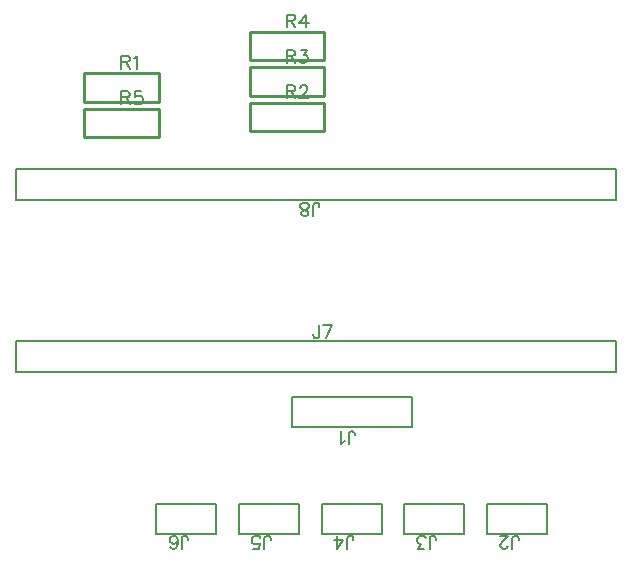
<source format=gto>
G04 Layer: TopSilkscreenLayer*
G04 EasyEDA v6.5.22, 2024-05-03 18:12:45*
G04 Gerber Generator version 0.2*
G04 Scale: 100 percent, Rotated: No, Reflected: No *
G04 Dimensions in millimeters *
G04 leading zeros omitted , absolute positions ,4 integer and 5 decimal *
%FSLAX45Y45*%
%MOMM*%

%ADD10C,0.1524*%
%ADD11C,0.2032*%
%ADD12C,0.2030*%
%ADD13C,0.2540*%

%LPD*%
D10*
X2473325Y-1467713D02*
G01*
X2473325Y-1384655D01*
X2478659Y-1368907D01*
X2483738Y-1363827D01*
X2494152Y-1358747D01*
X2504566Y-1358747D01*
X2514981Y-1363827D01*
X2520315Y-1368907D01*
X2525395Y-1384655D01*
X2525395Y-1395069D01*
X2439034Y-1446885D02*
G01*
X2428875Y-1452219D01*
X2413127Y-1467713D01*
X2413127Y-1358747D01*
X3860622Y-2355011D02*
G01*
X3860622Y-2271953D01*
X3865956Y-2256205D01*
X3871036Y-2251125D01*
X3881450Y-2246045D01*
X3891864Y-2246045D01*
X3902278Y-2251125D01*
X3907612Y-2256205D01*
X3912692Y-2271953D01*
X3912692Y-2282367D01*
X3821252Y-2329103D02*
G01*
X3821252Y-2334183D01*
X3816172Y-2344597D01*
X3810838Y-2349931D01*
X3800424Y-2355011D01*
X3779596Y-2355011D01*
X3769182Y-2349931D01*
X3764102Y-2344597D01*
X3759022Y-2334183D01*
X3759022Y-2323769D01*
X3764102Y-2313355D01*
X3774516Y-2297861D01*
X3826332Y-2246045D01*
X3753688Y-2246045D01*
X3160623Y-2355011D02*
G01*
X3160623Y-2271953D01*
X3165957Y-2256205D01*
X3171037Y-2251125D01*
X3181451Y-2246045D01*
X3191865Y-2246045D01*
X3202279Y-2251125D01*
X3207613Y-2256205D01*
X3212693Y-2271953D01*
X3212693Y-2282367D01*
X3116173Y-2355011D02*
G01*
X3059023Y-2355011D01*
X3090011Y-2313355D01*
X3074517Y-2313355D01*
X3064103Y-2308275D01*
X3059023Y-2303195D01*
X3053689Y-2287447D01*
X3053689Y-2277033D01*
X3059023Y-2261539D01*
X3069183Y-2251125D01*
X3084931Y-2246045D01*
X3100425Y-2246045D01*
X3116173Y-2251125D01*
X3121253Y-2256205D01*
X3126333Y-2266619D01*
X2460625Y-2355011D02*
G01*
X2460625Y-2271953D01*
X2465959Y-2256205D01*
X2471038Y-2251125D01*
X2481452Y-2246045D01*
X2491866Y-2246045D01*
X2502281Y-2251125D01*
X2507615Y-2256205D01*
X2512695Y-2271953D01*
X2512695Y-2282367D01*
X2374518Y-2355011D02*
G01*
X2426334Y-2282367D01*
X2348611Y-2282367D01*
X2374518Y-2355011D02*
G01*
X2374518Y-2246045D01*
X1760626Y-2355011D02*
G01*
X1760626Y-2271953D01*
X1765960Y-2256205D01*
X1771040Y-2251125D01*
X1781454Y-2246045D01*
X1791868Y-2246045D01*
X1802282Y-2251125D01*
X1807616Y-2256205D01*
X1812696Y-2271953D01*
X1812696Y-2282367D01*
X1664106Y-2355011D02*
G01*
X1716176Y-2355011D01*
X1721256Y-2308275D01*
X1716176Y-2313355D01*
X1700428Y-2318689D01*
X1684934Y-2318689D01*
X1669186Y-2313355D01*
X1659026Y-2303195D01*
X1653692Y-2287447D01*
X1653692Y-2277033D01*
X1659026Y-2261539D01*
X1669186Y-2251125D01*
X1684934Y-2246045D01*
X1700428Y-2246045D01*
X1716176Y-2251125D01*
X1721256Y-2256205D01*
X1726336Y-2266619D01*
X1060627Y-2355011D02*
G01*
X1060627Y-2271953D01*
X1065961Y-2256205D01*
X1071041Y-2251125D01*
X1081455Y-2246045D01*
X1091869Y-2246045D01*
X1102283Y-2251125D01*
X1107617Y-2256205D01*
X1112697Y-2271953D01*
X1112697Y-2282367D01*
X964107Y-2339517D02*
G01*
X969187Y-2349931D01*
X984935Y-2355011D01*
X995349Y-2355011D01*
X1010843Y-2349931D01*
X1021257Y-2334183D01*
X1026337Y-2308275D01*
X1026337Y-2282367D01*
X1021257Y-2261539D01*
X1010843Y-2251125D01*
X995349Y-2246045D01*
X990015Y-2246045D01*
X974521Y-2251125D01*
X964107Y-2261539D01*
X959027Y-2277033D01*
X959027Y-2282367D01*
X964107Y-2297861D01*
X974521Y-2308275D01*
X990015Y-2313355D01*
X995349Y-2313355D01*
X1010843Y-2308275D01*
X1021257Y-2297861D01*
X1026337Y-2282367D01*
X2226665Y-465282D02*
G01*
X2226665Y-548340D01*
X2221331Y-564088D01*
X2216251Y-569168D01*
X2205837Y-574248D01*
X2195423Y-574248D01*
X2185009Y-569168D01*
X2179675Y-564088D01*
X2174595Y-548340D01*
X2174595Y-537926D01*
X2333599Y-465282D02*
G01*
X2281529Y-574248D01*
X2260955Y-465282D02*
G01*
X2333599Y-465282D01*
X2173325Y465282D02*
G01*
X2173325Y548340D01*
X2178659Y564088D01*
X2183739Y569168D01*
X2194153Y574248D01*
X2204567Y574248D01*
X2214981Y569168D01*
X2220315Y564088D01*
X2225395Y548340D01*
X2225395Y537926D01*
X2113127Y465282D02*
G01*
X2128875Y470362D01*
X2133955Y480776D01*
X2133955Y491190D01*
X2128875Y501604D01*
X2118461Y506938D01*
X2097633Y512018D01*
X2081885Y517098D01*
X2071725Y527512D01*
X2066391Y537926D01*
X2066391Y553674D01*
X2071725Y564088D01*
X2076805Y569168D01*
X2092299Y574248D01*
X2113127Y574248D01*
X2128875Y569168D01*
X2133955Y564088D01*
X2139035Y553674D01*
X2139035Y537926D01*
X2133955Y527512D01*
X2123541Y517098D01*
X2108047Y512018D01*
X2087219Y506938D01*
X2076805Y501604D01*
X2071725Y491190D01*
X2071725Y480776D01*
X2076805Y470362D01*
X2092299Y465282D01*
X2113127Y465282D01*
X549998Y1817712D02*
G01*
X549998Y1708746D01*
X549998Y1817712D02*
G01*
X596734Y1817712D01*
X612228Y1812632D01*
X617562Y1807298D01*
X622642Y1796884D01*
X622642Y1786470D01*
X617562Y1776056D01*
X612228Y1770976D01*
X596734Y1765896D01*
X549998Y1765896D01*
X586320Y1765896D02*
G01*
X622642Y1708746D01*
X656932Y1796884D02*
G01*
X667346Y1802218D01*
X683094Y1817712D01*
X683094Y1708746D01*
X1949996Y1567713D02*
G01*
X1949996Y1458747D01*
X1949996Y1567713D02*
G01*
X1996732Y1567713D01*
X2012226Y1562633D01*
X2017560Y1557299D01*
X2022640Y1546885D01*
X2022640Y1536471D01*
X2017560Y1526057D01*
X2012226Y1520977D01*
X1996732Y1515897D01*
X1949996Y1515897D01*
X1986318Y1515897D02*
G01*
X2022640Y1458747D01*
X2062264Y1541805D02*
G01*
X2062264Y1546885D01*
X2067344Y1557299D01*
X2072678Y1562633D01*
X2083092Y1567713D01*
X2103666Y1567713D01*
X2114080Y1562633D01*
X2119414Y1557299D01*
X2124494Y1546885D01*
X2124494Y1536471D01*
X2119414Y1526057D01*
X2109000Y1510563D01*
X2056930Y1458747D01*
X2129828Y1458747D01*
X1949996Y1867712D02*
G01*
X1949996Y1758746D01*
X1949996Y1867712D02*
G01*
X1996732Y1867712D01*
X2012226Y1862632D01*
X2017560Y1857298D01*
X2022640Y1846884D01*
X2022640Y1836470D01*
X2017560Y1826056D01*
X2012226Y1820976D01*
X1996732Y1815896D01*
X1949996Y1815896D01*
X1986318Y1815896D02*
G01*
X2022640Y1758746D01*
X2067344Y1867712D02*
G01*
X2124494Y1867712D01*
X2093506Y1826056D01*
X2109000Y1826056D01*
X2119414Y1820976D01*
X2124494Y1815896D01*
X2129828Y1800148D01*
X2129828Y1789734D01*
X2124494Y1774240D01*
X2114080Y1763826D01*
X2098586Y1758746D01*
X2083092Y1758746D01*
X2067344Y1763826D01*
X2062264Y1768906D01*
X2056930Y1779320D01*
X1949996Y2167712D02*
G01*
X1949996Y2058746D01*
X1949996Y2167712D02*
G01*
X1996732Y2167712D01*
X2012226Y2162632D01*
X2017560Y2157298D01*
X2022640Y2146884D01*
X2022640Y2136470D01*
X2017560Y2126056D01*
X2012226Y2120976D01*
X1996732Y2115896D01*
X1949996Y2115896D01*
X1986318Y2115896D02*
G01*
X2022640Y2058746D01*
X2109000Y2167712D02*
G01*
X2056930Y2095068D01*
X2134908Y2095068D01*
X2109000Y2167712D02*
G01*
X2109000Y2058746D01*
X549998Y1517713D02*
G01*
X549998Y1408747D01*
X549998Y1517713D02*
G01*
X596734Y1517713D01*
X612228Y1512633D01*
X617562Y1507299D01*
X622642Y1496885D01*
X622642Y1486471D01*
X617562Y1476057D01*
X612228Y1470977D01*
X596734Y1465897D01*
X549998Y1465897D01*
X586320Y1465897D02*
G01*
X622642Y1408747D01*
X719416Y1517713D02*
G01*
X667346Y1517713D01*
X662266Y1470977D01*
X667346Y1476057D01*
X683094Y1481391D01*
X698588Y1481391D01*
X714082Y1476057D01*
X724496Y1465897D01*
X729830Y1450149D01*
X729830Y1439735D01*
X724496Y1424241D01*
X714082Y1413827D01*
X698588Y1408747D01*
X683094Y1408747D01*
X667346Y1413827D01*
X662266Y1418907D01*
X656932Y1429321D01*
D11*
X1991995Y-1326997D02*
G01*
X1991995Y-1072997D01*
X3007995Y-1072997D01*
X3007995Y-1326997D01*
X2817495Y-1326997D01*
D12*
X1991995Y-1326997D02*
G01*
X2817495Y-1326997D01*
X3645992Y-2226995D02*
G01*
X3963492Y-2226995D01*
D11*
X3645992Y-2226995D02*
G01*
X3645992Y-1972995D01*
X4153992Y-1972995D01*
X4153992Y-2226995D01*
X3963492Y-2226995D01*
D12*
X2945993Y-2226995D02*
G01*
X3263493Y-2226995D01*
D11*
X2945993Y-2226995D02*
G01*
X2945993Y-1972995D01*
X3453993Y-1972995D01*
X3453993Y-2226995D01*
X3263493Y-2226995D01*
D12*
X2245995Y-2226995D02*
G01*
X2563495Y-2226995D01*
D11*
X2245995Y-2226995D02*
G01*
X2245995Y-1972995D01*
X2753995Y-1972995D01*
X2753995Y-2226995D01*
X2563495Y-2226995D01*
D12*
X1545996Y-2226995D02*
G01*
X1863496Y-2226995D01*
D11*
X1545996Y-2226995D02*
G01*
X1545996Y-1972995D01*
X2053996Y-1972995D01*
X2053996Y-2226995D01*
X1863496Y-2226995D01*
D12*
X845997Y-2226995D02*
G01*
X1163497Y-2226995D01*
D11*
X845997Y-2226995D02*
G01*
X845997Y-1972995D01*
X1353997Y-1972995D01*
X1353997Y-2226995D01*
X1163497Y-2226995D01*
X4739995Y-605998D02*
G01*
X4739995Y-593298D01*
X-340004Y-593298D01*
X-340004Y-859998D01*
X4739995Y-859998D01*
X4739995Y-605998D01*
X-340004Y605998D02*
G01*
X-340004Y593298D01*
X4739995Y593298D01*
X4739995Y859998D01*
X-340004Y859998D01*
X-340004Y605998D01*
D13*
X235038Y1430616D02*
G01*
X235038Y1669376D01*
X235038Y1669376D02*
G01*
X864958Y1669376D01*
X864958Y1669376D02*
G01*
X864958Y1430616D01*
X864958Y1430616D02*
G01*
X235038Y1430616D01*
X1635036Y1180617D02*
G01*
X1635036Y1419377D01*
X1635036Y1419377D02*
G01*
X2264956Y1419377D01*
X2264956Y1419377D02*
G01*
X2264956Y1180617D01*
X2264956Y1180617D02*
G01*
X1635036Y1180617D01*
X1635036Y1480616D02*
G01*
X1635036Y1719376D01*
X1635036Y1719376D02*
G01*
X2264956Y1719376D01*
X2264956Y1719376D02*
G01*
X2264956Y1480616D01*
X2264956Y1480616D02*
G01*
X1635036Y1480616D01*
X1635036Y1780616D02*
G01*
X1635036Y2019376D01*
X1635036Y2019376D02*
G01*
X2264956Y2019376D01*
X2264956Y2019376D02*
G01*
X2264956Y1780616D01*
X2264956Y1780616D02*
G01*
X1635036Y1780616D01*
X235038Y1130617D02*
G01*
X235038Y1369377D01*
X235038Y1369377D02*
G01*
X864958Y1369377D01*
X864958Y1369377D02*
G01*
X864958Y1130617D01*
X864958Y1130617D02*
G01*
X235038Y1130617D01*
M02*

</source>
